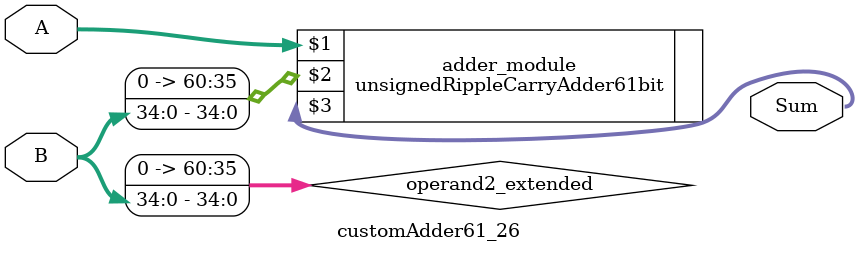
<source format=v>
module customAdder61_26(
                        input [60 : 0] A,
                        input [34 : 0] B,
                        
                        output [61 : 0] Sum
                );

        wire [60 : 0] operand2_extended;
        
        assign operand2_extended =  {26'b0, B};
        
        unsignedRippleCarryAdder61bit adder_module(
            A,
            operand2_extended,
            Sum
        );
        
        endmodule
        
</source>
